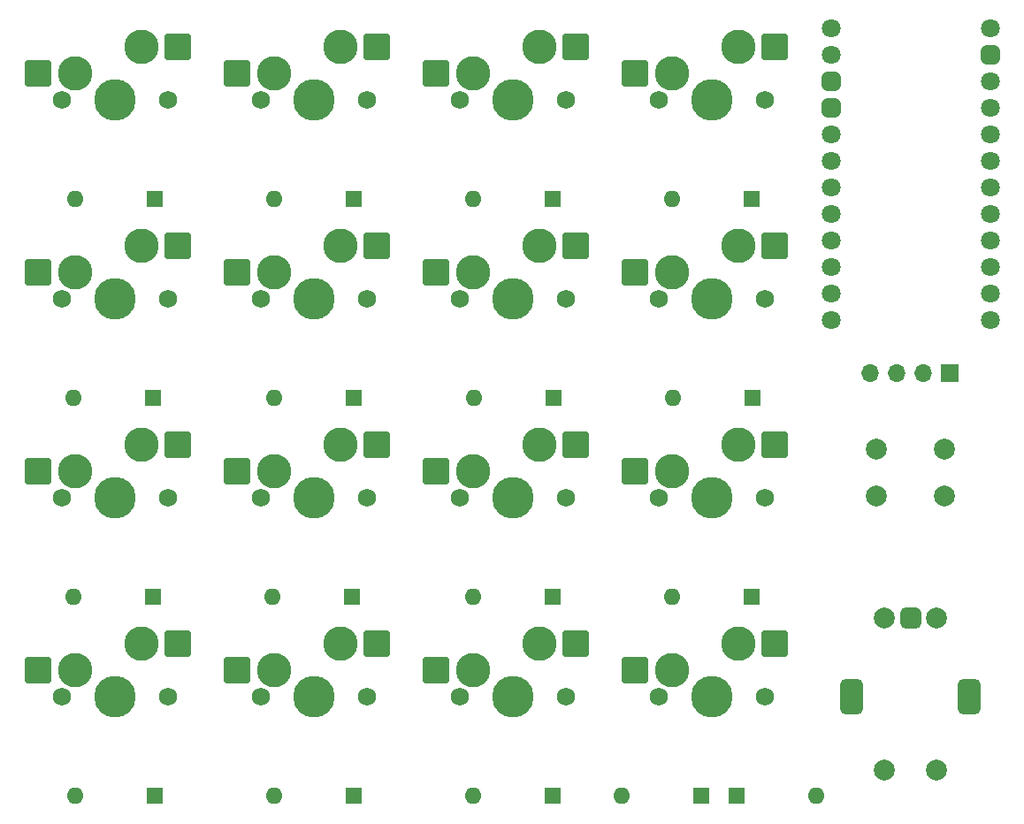
<source format=gbs>
G04 #@! TF.GenerationSoftware,KiCad,Pcbnew,7.0.10*
G04 #@! TF.CreationDate,2024-01-29T23:22:10-08:00*
G04 #@! TF.ProjectId,dilpad,64696c70-6164-42e6-9b69-6361645f7063,rev?*
G04 #@! TF.SameCoordinates,Original*
G04 #@! TF.FileFunction,Soldermask,Bot*
G04 #@! TF.FilePolarity,Negative*
%FSLAX46Y46*%
G04 Gerber Fmt 4.6, Leading zero omitted, Abs format (unit mm)*
G04 Created by KiCad (PCBNEW 7.0.10) date 2024-01-29 23:22:10*
%MOMM*%
%LPD*%
G01*
G04 APERTURE LIST*
G04 Aperture macros list*
%AMRoundRect*
0 Rectangle with rounded corners*
0 $1 Rounding radius*
0 $2 $3 $4 $5 $6 $7 $8 $9 X,Y pos of 4 corners*
0 Add a 4 corners polygon primitive as box body*
4,1,4,$2,$3,$4,$5,$6,$7,$8,$9,$2,$3,0*
0 Add four circle primitives for the rounded corners*
1,1,$1+$1,$2,$3*
1,1,$1+$1,$4,$5*
1,1,$1+$1,$6,$7*
1,1,$1+$1,$8,$9*
0 Add four rect primitives between the rounded corners*
20,1,$1+$1,$2,$3,$4,$5,0*
20,1,$1+$1,$4,$5,$6,$7,0*
20,1,$1+$1,$6,$7,$8,$9,0*
20,1,$1+$1,$8,$9,$2,$3,0*%
G04 Aperture macros list end*
%ADD10R,1.600000X1.600000*%
%ADD11O,1.600000X1.600000*%
%ADD12C,2.000000*%
%ADD13C,1.800000*%
%ADD14RoundRect,0.450000X-0.450000X-0.450000X0.450000X-0.450000X0.450000X0.450000X-0.450000X0.450000X0*%
%ADD15RoundRect,0.500000X-0.500000X0.500000X-0.500000X-0.500000X0.500000X-0.500000X0.500000X0.500000X0*%
%ADD16RoundRect,0.550000X-0.550000X1.150000X-0.550000X-1.150000X0.550000X-1.150000X0.550000X1.150000X0*%
%ADD17R,1.700000X1.700000*%
%ADD18O,1.700000X1.700000*%
%ADD19C,1.750000*%
%ADD20C,3.987800*%
%ADD21C,3.300000*%
%ADD22RoundRect,0.250000X1.025000X1.000000X-1.025000X1.000000X-1.025000X-1.000000X1.025000X-1.000000X0*%
G04 APERTURE END LIST*
D10*
X163512500Y-126206250D03*
D11*
X155892500Y-126206250D03*
D10*
X144303750Y-145256250D03*
D11*
X136683750Y-145256250D03*
D12*
X175343750Y-131100000D03*
X181843750Y-131100000D03*
X175343750Y-135600000D03*
X181843750Y-135600000D03*
D13*
X170973750Y-90805000D03*
X170973750Y-93345000D03*
D14*
X170973750Y-95885000D03*
X170973750Y-98425000D03*
D13*
X170973750Y-100965000D03*
X170973750Y-103505000D03*
X170973750Y-106045000D03*
X170973750Y-108585000D03*
X170973750Y-111125000D03*
X170973750Y-113665000D03*
X170973750Y-116205000D03*
X170973750Y-118745000D03*
X186213750Y-90805000D03*
D14*
X186213750Y-93345000D03*
D13*
X186213750Y-95885000D03*
X186213750Y-98425000D03*
X186213750Y-100965000D03*
X186213750Y-103505000D03*
X186213750Y-106045000D03*
X186213750Y-108585000D03*
X186213750Y-111125000D03*
X186213750Y-113665000D03*
X186213750Y-116205000D03*
X186213750Y-118745000D03*
D10*
X125095000Y-145256250D03*
D11*
X117475000Y-145256250D03*
D10*
X106203750Y-107156250D03*
D11*
X98583750Y-107156250D03*
D12*
X181093750Y-147281250D03*
X176093750Y-147281250D03*
D15*
X178593750Y-147281250D03*
D16*
X184193750Y-154781250D03*
X172993750Y-154781250D03*
D12*
X176093750Y-161781250D03*
X181093750Y-161781250D03*
D10*
X163353750Y-107156250D03*
D11*
X155733750Y-107156250D03*
D10*
X106045000Y-126206250D03*
D11*
X98425000Y-126206250D03*
D10*
X161925000Y-164306250D03*
D11*
X169545000Y-164306250D03*
D10*
X125253750Y-107156250D03*
D11*
X117633750Y-107156250D03*
D10*
X163353750Y-145256250D03*
D11*
X155733750Y-145256250D03*
D17*
X182393750Y-123825000D03*
D18*
X179853750Y-123825000D03*
X177313750Y-123825000D03*
X174773750Y-123825000D03*
D10*
X125253750Y-126206250D03*
D11*
X117633750Y-126206250D03*
D10*
X144303750Y-107156250D03*
D11*
X136683750Y-107156250D03*
D10*
X158591250Y-164306250D03*
D11*
X150971250Y-164306250D03*
D10*
X144303750Y-164306250D03*
D11*
X136683750Y-164306250D03*
D10*
X106203750Y-164306250D03*
D11*
X98583750Y-164306250D03*
D10*
X144462500Y-126206250D03*
D11*
X136842500Y-126206250D03*
D10*
X125253750Y-164306250D03*
D11*
X117633750Y-164306250D03*
D10*
X106045000Y-145256250D03*
D11*
X98425000Y-145256250D03*
D19*
X126523750Y-97631250D03*
D20*
X121443750Y-97631250D03*
D19*
X116363750Y-97631250D03*
D21*
X117633750Y-95091250D03*
D22*
X114083750Y-95091250D03*
X127533750Y-92551250D03*
D21*
X123983750Y-92551250D03*
D19*
X164623750Y-154781250D03*
D20*
X159543750Y-154781250D03*
D19*
X154463750Y-154781250D03*
D21*
X155733750Y-152241250D03*
D22*
X152183750Y-152241250D03*
X165633750Y-149701250D03*
D21*
X162083750Y-149701250D03*
D19*
X107473750Y-135731250D03*
D20*
X102393750Y-135731250D03*
D19*
X97313750Y-135731250D03*
D21*
X98583750Y-133191250D03*
D22*
X95033750Y-133191250D03*
X108483750Y-130651250D03*
D21*
X104933750Y-130651250D03*
D19*
X107473750Y-116681250D03*
D20*
X102393750Y-116681250D03*
D19*
X97313750Y-116681250D03*
D21*
X98583750Y-114141250D03*
D22*
X95033750Y-114141250D03*
X108483750Y-111601250D03*
D21*
X104933750Y-111601250D03*
D19*
X107473750Y-154781250D03*
D20*
X102393750Y-154781250D03*
D19*
X97313750Y-154781250D03*
D21*
X98583750Y-152241250D03*
D22*
X95033750Y-152241250D03*
X108483750Y-149701250D03*
D21*
X104933750Y-149701250D03*
D19*
X126523750Y-154781250D03*
D20*
X121443750Y-154781250D03*
D19*
X116363750Y-154781250D03*
D21*
X117633750Y-152241250D03*
D22*
X114083750Y-152241250D03*
X127533750Y-149701250D03*
D21*
X123983750Y-149701250D03*
D19*
X145573750Y-97631250D03*
D20*
X140493750Y-97631250D03*
D19*
X135413750Y-97631250D03*
D21*
X136683750Y-95091250D03*
D22*
X133133750Y-95091250D03*
X146583750Y-92551250D03*
D21*
X143033750Y-92551250D03*
D19*
X145573750Y-116681250D03*
D20*
X140493750Y-116681250D03*
D19*
X135413750Y-116681250D03*
D21*
X136683750Y-114141250D03*
D22*
X133133750Y-114141250D03*
X146583750Y-111601250D03*
D21*
X143033750Y-111601250D03*
D19*
X126523750Y-135731250D03*
D20*
X121443750Y-135731250D03*
D19*
X116363750Y-135731250D03*
D21*
X117633750Y-133191250D03*
D22*
X114083750Y-133191250D03*
X127533750Y-130651250D03*
D21*
X123983750Y-130651250D03*
D19*
X145573750Y-154781250D03*
D20*
X140493750Y-154781250D03*
D19*
X135413750Y-154781250D03*
D21*
X136683750Y-152241250D03*
D22*
X133133750Y-152241250D03*
X146583750Y-149701250D03*
D21*
X143033750Y-149701250D03*
D19*
X107473750Y-97631250D03*
D20*
X102393750Y-97631250D03*
D19*
X97313750Y-97631250D03*
D21*
X98583750Y-95091250D03*
D22*
X95033750Y-95091250D03*
X108483750Y-92551250D03*
D21*
X104933750Y-92551250D03*
D19*
X164623750Y-116681250D03*
D20*
X159543750Y-116681250D03*
D19*
X154463750Y-116681250D03*
D21*
X155733750Y-114141250D03*
D22*
X152183750Y-114141250D03*
X165633750Y-111601250D03*
D21*
X162083750Y-111601250D03*
D19*
X164623750Y-135731250D03*
D20*
X159543750Y-135731250D03*
D19*
X154463750Y-135731250D03*
D21*
X155733750Y-133191250D03*
D22*
X152183750Y-133191250D03*
X165633750Y-130651250D03*
D21*
X162083750Y-130651250D03*
D19*
X126523750Y-116681250D03*
D20*
X121443750Y-116681250D03*
D19*
X116363750Y-116681250D03*
D21*
X117633750Y-114141250D03*
D22*
X114083750Y-114141250D03*
X127533750Y-111601250D03*
D21*
X123983750Y-111601250D03*
D19*
X145573750Y-135731250D03*
D20*
X140493750Y-135731250D03*
D19*
X135413750Y-135731250D03*
D21*
X136683750Y-133191250D03*
D22*
X133133750Y-133191250D03*
X146583750Y-130651250D03*
D21*
X143033750Y-130651250D03*
D19*
X164623750Y-97631250D03*
D20*
X159543750Y-97631250D03*
D19*
X154463750Y-97631250D03*
D21*
X155733750Y-95091250D03*
D22*
X152183750Y-95091250D03*
X165633750Y-92551250D03*
D21*
X162083750Y-92551250D03*
M02*

</source>
